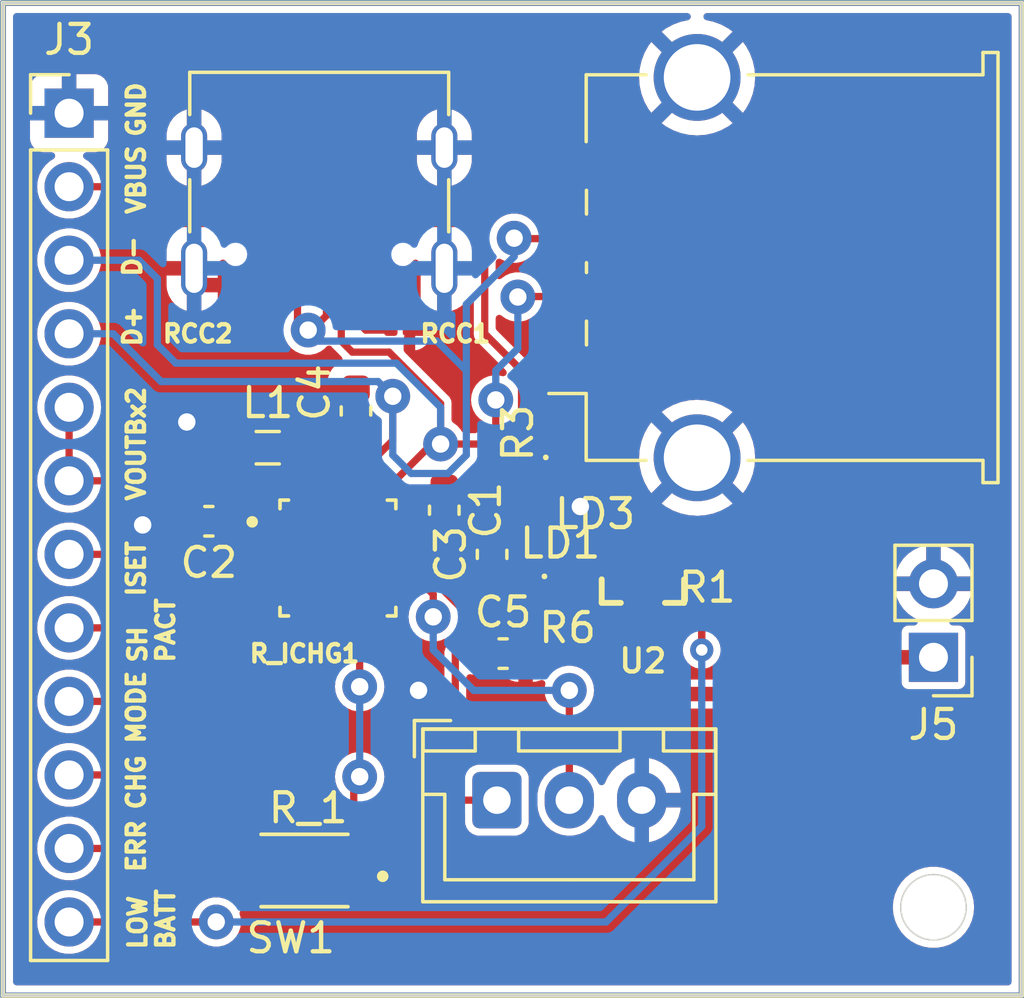
<source format=kicad_pcb>
(kicad_pcb (version 20221018) (generator pcbnew)
  (layers (0 "F.Cu" signal) (31 "B.Cu" signal) (34 "B.Paste" user) (35 "F.Paste" user) (36 "B.SilkS" user "B.Silkscreen") (37 "F.SilkS" user "F.Silkscreen") (38 "B.Mask" user) (39 "F.Mask" user) (44 "Edge.Cuts" user))
  (net 0 "")
  (net 1 "VBUS")
  (net 2 "GND")
  (net 3 "VOUTB")
  (net 4 "VSYS")
  (net 5 "Net-(U1-DEC)")
  (net 6 "Net-(J1-Pin_1)")
  (net 7 "Net-(J1-Pin_2)")
  (net 8 "Net-(J2-CC1)")
  (net 9 "Net-(J3-Pin_3)")
  (net 11 "Net-(J2-CC2)")
  (net 13 "ERR")
  (net 14 "CHG")
  (net 15 "SHPACT")
  (net 16 "Low_Batt")
  (net 17 "Net-(U1-SW)")
  (net 18 "Net-(LD1-K)")
  (net 19 "Net-(LD1-A)")
  (net 20 "Net-(LD3-A)")
  (net 21 "Net-(U1-SHPHLD)")
  (net 22 "Net-(U1-ICHG)")
  (net 28 "Net-(J3-Pin_4)")
  (net 29 "Net-(J3-Pin_7)")
  (net 30 "Net-(J3-Pin_9)")
  (footprint "Resistor_SMD:R_0201_0603Metric" (layer "F.Cu") (at 95.3262 82.6262 -90)
    (fp_text reference "R3" (at -1.7272 0.0762 90) (layer "F.SilkS"))
    (fp_text value "1k" hide)
    (pad "1" smd roundrect (at -0.32 0 270) (size 0.46 0.4) (layers "F.Cu" "F.Mask") (net 1 "VBUS"))
    (pad "2" smd roundrect (at 0.32 0 270) (size 0.46 0.4) (layers "F.Cu" "F.Mask") (net 20 "Net-(LD3-A)"))
  )
  (footprint "Capacitor_SMD:C_0603_1608Metric" (layer "F.Cu") (at 94.742 88.519)
    (fp_text reference "C5" (at 0 -1.43) (layer "F.SilkS"))
    (fp_text value "1uF" hide)
    (fp_line (start -0.14058 -0.51) (end 0.14058 -0.51) (stroke (width 0.12)) (layer "F.SilkS"))
    (fp_line (start -0.14058 0.51) (end 0.14058 0.51) (stroke (width 0.12)) (layer "F.SilkS"))
    (pad "1" smd roundrect (at -0.775 0) (size 0.9 0.95) (layers "F.Cu" "F.Paste" "F.Mask") (net 6 "Net-(J1-Pin_1)"))
    (pad "2" smd roundrect (at 0.775 0) (size 0.9 0.95) (layers "F.Cu" "F.Paste" "F.Mask") (net 2 "GND"))
  )
  (footprint "TESIS:SOT23" (layer "F.Cu") (at 99.568 86.106 180)
    (fp_text reference "U2" (at 0 -2.667) (layer "F.SilkS") (effects (font (size 0.800984 0.800984))))
    (fp_text value "FDV303N" hide)
    (fp_line (start -1.4224 -0.6604) (end -0.7636 -0.6604) (stroke (width 0.2032)) (layer "F.SilkS"))
    (fp_line (start -1.4224 0.1524) (end -1.4224 -0.6604) (stroke (width 0.2032)) (layer "F.SilkS"))
    (fp_line (start 0.7636 -0.6604) (end 1.4224 -0.6604) (stroke (width 0.2032)) (layer "F.SilkS"))
    (fp_line (start 1.4224 -0.6604) (end 1.4224 0.1524) (stroke (width 0.2032)) (layer "F.SilkS"))
    (pad "1" smd rect (at -0.95 1.1 180) (size 1 1.4) (layers "F.Cu" "F.Paste" "F.Mask") (net 16 "Low_Batt"))
    (pad "2" smd rect (at 0.95 1.1 180) (size 1 1.4) (layers "F.Cu" "F.Paste" "F.Mask") (net 18 "Net-(LD1-K)"))
    (pad "3" smd rect (at 0 -1.1 180) (size 1 1.4) (layers "F.Cu" "F.Paste" "F.Mask") (net 2 "GND"))
  )
  (footprint "TESIS:SW_B3U-1000P" (layer "F.Cu") (at 87.884 96.012 180)
    (fp_text reference "SW1" (at 0.475 -2.335) (layer "F.SilkS"))
    (fp_text value "SW_DIP_x01" hide)
    (fp_line (start -1.5 -1.25) (end 1.5 -1.25) (stroke (width 0.127)) (layer "F.SilkS"))
    (fp_line (start -1.5 1.25) (end 1.5 1.25) (stroke (width 0.127)) (layer "F.SilkS"))
    (fp_circle (center -2.7 -0.2) (end -2.6 -0.2) (stroke (width 0.2)) (fill none) (layer "F.SilkS"))
    (pad "1" smd rect (at -1.7 0 180) (size 0.8 1.7) (layers "F.Cu" "F.Paste" "F.Mask") (net 21 "Net-(U1-SHPHLD)"))
    (pad "2" smd rect (at 1.7 0 180) (size 0.8 1.7) (layers "F.Cu" "F.Paste" "F.Mask") (net 2 "GND"))
  )
  (footprint "MountingHole:MountingHole_2.2mm_M2" (layer "F.Cu") (at 109.601 97.282)
    (fp_text reference "REF**" hide)
    (fp_text value "MountingHole_2.2mm_M2" hide)
    (pad "" np_thru_hole circle (at 0 0) (size 2.2 2.2) (drill 2.2) (layers "*.Cu" "*.Mask"))
  )
  (footprint "LED_SMD:LED_0201_0603Metric" (layer "F.Cu") (at 97.028 85.852)
    (fp_text reference "LD1" (at -0.315 -1.143) (layer "F.SilkS"))
    (fp_text value "R" hide)
    (fp_circle (center -0.86 0) (end -0.81 0) (stroke (width 0.1)) (fill none) (layer "F.SilkS"))
    (pad "1" smd roundrect (at -0.32 0) (size 0.46 0.4) (layers "F.Cu" "F.Mask") (net 18 "Net-(LD1-K)"))
    (pad "2" smd roundrect (at 0.32 0) (size 0.46 0.4) (layers "F.Cu" "F.Mask") (net 19 "Net-(LD1-A)"))
  )
  (footprint "Capacitor_SMD:C_0603_1608Metric" (layer "F.Cu") (at 84.582 83.947 180)
    (fp_text reference "C2" (at 0 -1.43) (layer "F.SilkS"))
    (fp_text value "10uF" hide)
    (fp_line (start -0.14058 -0.51) (end 0.14058 -0.51) (stroke (width 0.12)) (layer "F.SilkS"))
    (fp_line (start -0.14058 0.51) (end 0.14058 0.51) (stroke (width 0.12)) (layer "F.SilkS"))
    (pad "1" smd roundrect (at -0.775 0 180) (size 0.9 0.95) (layers "F.Cu" "F.Paste" "F.Mask") (net 3 "VOUTB"))
    (pad "2" smd roundrect (at 0.775 0 180) (size 0.9 0.95) (layers "F.Cu" "F.Paste" "F.Mask") (net 2 "GND"))
  )
  (footprint "LED_SMD:LED_0201_0603Metric" (layer "F.Cu") (at 96.2152 82.6008 -90)
    (fp_text reference "LD3" (at 1.0922 -1.7018) (layer "F.SilkS"))
    (fp_text value "R" hide)
    (fp_circle (center -0.86 0) (end -0.81 0) (stroke (width 0.1)) (fill none) (layer "F.SilkS"))
    (pad "1" smd roundrect (at -0.32 0 270) (size 0.46 0.4) (layers "F.Cu" "F.Mask") (net 2 "GND"))
    (pad "2" smd roundrect (at 0.32 0 270) (size 0.46 0.4) (layers "F.Cu" "F.Mask") (net 20 "Net-(LD3-A)"))
  )
  (footprint "Resistor_SMD:R_0201_0603Metric" (layer "F.Cu") (at 101.915 84.963)
    (fp_text reference "R1" (at -0.127 1.27) (layer "F.SilkS"))
    (fp_text value "1M" hide)
    (pad "1" smd roundrect (at -0.32 0) (size 0.46 0.4) (layers "F.Cu" "F.Mask") (net 16 "Low_Batt"))
    (pad "2" smd roundrect (at 0.32 0) (size 0.46 0.4) (layers "F.Cu" "F.Mask") (net 2 "GND"))
  )
  (footprint "Connector_JST:JST_XH_B3B-XH-A_1x03_P2.50mm_Vertical" (layer "F.Cu") (at 94.528 93.582)
    (fp_text reference "J1" hide)
    (fp_text value "Battery")
    (fp_line (start -2.85 -2.75) (end -2.85 -1.5) (stroke (width 0.12)) (layer "F.SilkS"))
    (fp_line (start -2.56 -2.46) (end -2.56 3.51) (stroke (width 0.12)) (layer "F.SilkS"))
    (fp_line (start -2.56 3.51) (end 7.56 3.51) (stroke (width 0.12)) (layer "F.SilkS"))
    (fp_line (start -2.55 -2.45) (end -2.55 -1.7) (stroke (width 0.12)) (layer "F.SilkS"))
    (fp_line (start -2.55 -1.7) (end -0.75 -1.7) (stroke (width 0.12)) (layer "F.SilkS"))
    (fp_line (start -2.55 -0.2) (end -1.8 -0.2) (stroke (width 0.12)) (layer "F.SilkS"))
    (fp_line (start -1.8 -0.2) (end -1.8 2.75) (stroke (width 0.12)) (layer "F.SilkS"))
    (fp_line (start -1.8 2.75) (end 2.5 2.75) (stroke (width 0.12)) (layer "F.SilkS"))
    (fp_line (start -1.6 -2.75) (end -2.85 -2.75) (stroke (width 0.12)) (layer "F.SilkS"))
    (fp_line (start -0.75 -2.45) (end -2.55 -2.45) (stroke (width 0.12)) (layer "F.SilkS"))
    (fp_line (start -0.75 -1.7) (end -0.75 -2.45) (stroke (width 0.12)) (layer "F.SilkS"))
    (fp_line (start 0.75 -2.45) (end 0.75 -1.7) (stroke (width 0.12)) (layer "F.SilkS"))
    (fp_line (start 0.75 -1.7) (end 4.25 -1.7) (stroke (width 0.12)) (layer "F.SilkS"))
    (fp_line (start 4.25 -2.45) (end 0.75 -2.45) (stroke (width 0.12)) (layer "F.SilkS"))
    (fp_line (start 4.25 -1.7) (end 4.25 -2.45) (stroke (width 0.12)) (layer "F.SilkS"))
    (fp_line (start 5.75 -2.45) (end 5.75 -1.7) (stroke (width 0.12)) (layer "F.SilkS"))
    (fp_line (start 5.75 -1.7) (end 7.55 -1.7) (stroke (width 0.12)) (layer "F.SilkS"))
    (fp_line (start 6.8 -0.2) (end 6.8 2.75) (stroke (width 0.12)) (layer "F.SilkS"))
    (fp_line (start 6.8 2.75) (end 2.5 2.75) (stroke (width 0.12)) (layer "F.SilkS"))
    (fp_line (start 7.55 -2.45) (end 5.75 -2.45) (stroke (width 0.12)) (layer "F.SilkS"))
    (fp_line (start 7.55 -1.7) (end 7.55 -2.45) (stroke (width 0.12)) (layer "F.SilkS"))
    (fp_line (start 7.55 -0.2) (end 6.8 -0.2) (stroke (width 0.12)) (layer "F.SilkS"))
    (fp_line (start 7.56 -2.46) (end -2.56 -2.46) (stroke (width 0.12)) (layer "F.SilkS"))
    (fp_line (start 7.56 3.51) (end 7.56 -2.46) (stroke (width 0.12)) (layer "F.SilkS"))
    (pad "1" thru_hole roundrect (at 0 0) (size 1.7 1.95) (drill 0.95) (layers "*.Cu" "*.Mask") (roundrect_rratio 0.147059) (net 6 "Net-(J1-Pin_1)"))
    (pad "2" thru_hole oval (at 2.5 0) (size 1.7 1.95) (drill 0.95) (layers "*.Cu" "*.Mask") (net 7 "Net-(J1-Pin_2)"))
    (pad "3" thru_hole oval (at 5 0) (size 1.7 1.95) (drill 0.95) (layers "*.Cu" "*.Mask") (net 2 "GND"))
  )
  (footprint "Resistor_SMD:R_0201_0603Metric" (layer "F.Cu") (at 89.916 93.98 180)
    (fp_text reference "R_1" (at 1.905 0.127) (layer "F.SilkS"))
    (fp_text value "100k" hide)
    (pad "1" smd roundrect (at -0.32 0 180) (size 0.46 0.4) (layers "F.Cu" "F.Mask") (net 6 "Net-(J1-Pin_1)"))
    (pad "2" smd roundrect (at 0.32 0 180) (size 0.46 0.4) (layers "F.Cu" "F.Mask") (net 21 "Net-(U1-SHPHLD)"))
  )
  (footprint "Inductor_SMD:L_0805_2012Metric" (layer "F.Cu") (at 86.614 81.407)
    (fp_text reference "L1" (at 0 -1.55) (layer "F.SilkS"))
    (fp_text value "2.2uH" hide)
    (fp_line (start -0.399622 -0.56) (end 0.399622 -0.56) (stroke (width 0.12)) (layer "F.SilkS"))
    (fp_line (start -0.399622 0.56) (end 0.399622 0.56) (stroke (width 0.12)) (layer "F.SilkS"))
    (pad "1" smd roundrect (at -1.0625 0) (size 0.875 1.2) (layers "F.Cu" "F.Paste" "F.Mask") (net 3 "VOUTB"))
    (pad "2" smd roundrect (at 1.0625 0) (size 0.875 1.2) (layers "F.Cu" "F.Paste" "F.Mask") (net 17 "Net-(U1-SW)"))
  )
  (footprint "Resistor_SMD:R_0201_0603Metric" (layer "F.Cu") (at 91.186 77.343 180)
    (fp_text reference "RCC1" (at -1.905 -0.127) (layer "F.SilkS") (effects (font (size 0.6 0.6))))
    (fp_text value "5.1k" hide)
    (pad "1" smd roundrect (at -0.32 0 180) (size 0.46 0.4) (layers "F.Cu" "F.Mask") (net 2 "GND"))
    (pad "2" smd roundrect (at 0.32 0 180) (size 0.46 0.4) (layers "F.Cu" "F.Mask") (net 8 "Net-(J2-CC1)"))
  )
  (footprint "Capacitor_SMD:C_0603_1608Metric" (layer "F.Cu") (at 92.71 83.566 -90)
    (fp_text reference "C1" (at 0 -1.43 90) (layer "F.SilkS"))
    (fp_text value "2.2uF" hide)
    (fp_line (start -0.14058 -0.51) (end 0.14058 -0.51) (stroke (width 0.12)) (layer "F.SilkS"))
    (fp_line (start -0.14058 0.51) (end 0.14058 0.51) (stroke (width 0.12)) (layer "F.SilkS"))
    (pad "1" smd roundrect (at -0.775 0 270) (size 0.9 0.95) (layers "F.Cu" "F.Paste" "F.Mask") (net 1 "VBUS"))
    (pad "2" smd roundrect (at 0.775 0 270) (size 0.9 0.95) (layers "F.Cu" "F.Paste" "F.Mask") (net 2 "GND"))
  )
  (footprint "Resistor_SMD:R_0201_0603Metric" (layer "F.Cu") (at 86.233 77.343)
    (fp_text reference "RCC2" (at -2.032 0.127) (layer "F.SilkS") (effects (font (size 0.6 0.6))))
    (fp_text value "5.1k" hide)
    (pad "1" smd roundrect (at -0.32 0) (size 0.46 0.4) (layers "F.Cu" "F.Mask") (net 2 "GND"))
    (pad "2" smd roundrect (at 0.32 0) (size 0.46 0.4) (layers "F.Cu" "F.Mask") (net 11 "Net-(J2-CC2)"))
  )
  (footprint "Resistor_SMD:R_0201_0603Metric" (layer "F.Cu") (at 97.028 86.614)
    (fp_text reference "R6" (at -0.061 1.016) (layer "F.SilkS"))
    (fp_text value "150" hide)
    (pad "1" smd roundrect (at -0.32 0) (size 0.46 0.4) (layers "F.Cu" "F.Mask") (net 4 "VSYS"))
    (pad "2" smd roundrect (at 0.32 0) (size 0.46 0.4) (layers "F.Cu" "F.Mask") (net 19 "Net-(LD1-A)"))
  )
  (footprint "Connector_PinHeader_2.54mm:PinHeader_1x02_P2.54mm_Vertical" (layer "F.Cu") (at 109.601 88.646 180)
    (fp_text reference "J5" (at 0 -2.33) (layer "F.SilkS"))
    (fp_text value "VSYS")
    (fp_line (start -1.33 -1.33) (end 0 -1.33) (stroke (width 0.12)) (layer "F.SilkS"))
    (fp_line (start -1.33 0) (end -1.33 -1.33) (stroke (width 0.12)) (layer "F.SilkS"))
    (fp_line (start -1.33 1.27) (end -1.33 3.87) (stroke (width 0.12)) (layer "F.SilkS"))
    (fp_line (start -1.33 1.27) (end 1.33 1.27) (stroke (width 0.12)) (layer "F.SilkS"))
    (fp_line (start -1.33 3.87) (end 1.33 3.87) (stroke (width 0.12)) (layer "F.SilkS"))
    (fp_line (start 1.33 1.27) (end 1.33 3.87) (stroke (width 0.12)) (layer "F.SilkS"))
    (pad "1" thru_hole rect (at 0 0 180) (size 1.7 1.7) (drill 1) (layers "*.Cu" "*.Mask") (net 4 "VSYS"))
    (pad "2" thru_hole oval (at 0 2.54 180) (size 1.7 1.7) (drill 1) (layers "*.Cu" "*.Mask") (net 2 "GND"))
  )
  (footprint "Capacitor_SMD:C_0603_1608Metric" (layer "F.Cu") (at 94.361 85.09 90)
    (fp_text reference "C3" (at 0 -1.43 90) (layer "F.SilkS"))
    (fp_text value "10uF" hide)
    (fp_line (start -0.14058 -0.51) (end 0.14058 -0.51) (stroke (width 0.12)) (layer "F.SilkS"))
    (fp_line (start -0.14058 0.51) (end 0.14058 0.51) (stroke (width 0.12)) (layer "F.SilkS"))
    (pad "1" smd roundrect (at -0.775 0 90) (size 0.9 0.95) (layers "F.Cu" "F.Paste" "F.Mask") (net 4 "VSYS"))
    (pad "2" smd roundrect (at 0.775 0 90) (size 0.9 0.95) (layers "F.Cu" "F.Paste" "F.Mask") (net 2 "GND"))
  )
  (footprint "Connector_USB:USB_A_TE_292303-7_Horizontal" (layer "F.Cu") (at 104.14 75.184 90)
    (fp_text reference "J4" hide)
    (fp_text value "USB_B" hide)
    (fp_line (start -7.43 7.17) (end -7.43 7.69) (stroke (width 0.12)) (layer "F.SilkS"))
    (fp_line (start -7.43 7.69) (end 7.43 7.69) (stroke (width 0.12)) (layer "F.SilkS"))
    (fp_line (start -6.66 -6.53) (end -6.66 -4.46) (stroke (width 0.12)) (layer "F.SilkS"))
    (fp_line (start -6.66 -6.53) (end -4.35 -6.53) (stroke (width 0.12)) (layer "F.SilkS"))
    (fp_line (start -6.66 7.17) (end -7.43 7.17) (stroke (width 0.12)) (layer "F.SilkS"))
    (fp_line (start -6.66 7.17) (end -6.66 -0.94) (stroke (width 0.12)) (layer "F.SilkS"))
    (fp_line (start -4.35 -7.82) (end -4.35 -6.53) (stroke (width 0.12)) (layer "F.SilkS"))
    (fp_line (start -2.67 -6.52) (end -1.85 -6.52) (stroke (width 0.12)) (layer "F.SilkS"))
    (fp_line (start -0.17 -6.52) (end 0.17 -6.52) (stroke (width 0.12)) (layer "F.SilkS"))
    (fp_line (start 1.85 -6.52) (end 2.67 -6.52) (stroke (width 0.12)) (layer "F.SilkS"))
    (fp_line (start 4.35 -6.53) (end 6.66 -6.53) (stroke (width 0.12)) (layer "F.SilkS"))
    (fp_line (start 6.66 -6.53) (end 6.66 -4.46) (stroke (width 0.12)) (layer "F.SilkS"))
    (fp_line (start 6.66 -0.94) (end 6.66 7.17) (stroke (width 0.12)) (layer "F.SilkS"))
    (fp_line (start 7.43 7.17) (end 6.66 7.17) (stroke (width 0.12)) (layer "F.SilkS"))
    (fp_line (start 7.43 7.69) (end 7.43 7.17) (stroke (width 0.12)) (layer "F.SilkS"))
    (pad "1" smd rect (at -3.5 -6.38 90) (size 1.25 3) (layers "F.Cu" "F.Paste" "F.Mask") (net 1 "VBUS"))
    (pad "2" smd rect (at -1 -6.38 90) (size 1.25 3) (layers "F.Cu" "F.Paste" "F.Mask") (net 9 "Net-(J3-Pin_3)"))
    (pad "3" smd rect (at 1 -6.38 90) (size 1.25 3) (layers "F.Cu" "F.Paste" "F.Mask") (net 28 "Net-(J3-Pin_4)"))
    (pad "4" smd rect (at 3.5 -6.38 90) (size 1.25 3) (layers "F.Cu" "F.Paste" "F.Mask") (net 2 "GND"))
    (pad "5" thru_hole circle (at -6.57 -2.7 90) (size 3 3) (drill 2.3) (layers "*.Cu" "*.Mask") (net 2 "GND"))
    (pad "5" thru_hole circle (at 6.57 -2.7 90) (size 3 3) (drill 2.3) (layers "*.Cu" "*.Mask") (net 2 "GND"))
  )
  (footprint "TESIS:QFN50P400X400X90-25N" (layer "F.Cu") (at 89.038 85.217)
    (fp_text reference "U1" hide)
    (fp_text value "NPM1100-QDAB-R7" hide)
    (fp_line (start -2 -2) (end -2 -1.705) (stroke (width 0.127)) (layer "F.SilkS"))
    (fp_line (start -2 -2) (end -1.705 -2) (stroke (width 0.127)) (layer "F.SilkS"))
    (fp_line (start -2 2) (end -2 1.705) (stroke (width 0.127)) (layer "F.SilkS"))
    (fp_line (start -2 2) (end -1.705 2) (stroke (width 0.127)) (layer "F.SilkS"))
    (fp_line (start 2 -2) (end 1.705 -2) (stroke (width 0.127)) (layer "F.SilkS"))
    (fp_line (start 2 -2) (end 2 -1.705) (stroke (width 0.127)) (layer "F.SilkS"))
    (fp_line (start 2 2) (end 1.705 2) (stroke (width 0.127)) (layer "F.SilkS"))
    (fp_line (start 2 2) (end 2 1.705) (stroke (width 0.127)) (layer "F.SilkS"))
    (fp_circle (center -2.96 -1.25) (end -2.86 -1.25) (stroke (width 0.2)) (fill none) (layer "F.SilkS"))
    (pad "1" smd roundrect (at -1.95 -1.25) (size 0.81 0.27) (layers "F.Cu" "F.Paste" "F.Mask") (roundrect_rratio 0.125) (net 3 "VOUTB"))
    (pad "2" smd roundrect (at -1.95 -0.75) (size 0.81 0.27) (layers "F.Cu" "F.Paste" "F.Mask") (roundrect_rratio 0.125) (net 2 "GND"))
    (pad "3" smd roundrect (at -1.95 -0.25) (size 0.81 0.27) (layers "F.Cu" "F.Paste" "F.Mask") (roundrect_rratio 0.125) (net 2 "GND"))
    (pad "4" smd roundrect (at -1.95 0.25) (size 0.81 0.27) (layers "F.Cu" "F.Paste" "F.Mask") (roundrect_rratio 0.125))
    (pad "5" smd roundrect (at -1.95 0.75) (size 0.81 0.27) (layers "F.Cu" "F.Paste" "F.Mask") (roundrect_rratio 0.125) (net 29 "Net-(J3-Pin_7)"))
    (pad "6" smd roundrect (at -1.95 1.25) (size 0.81 0.27) (layers "F.Cu" "F.Paste" "F.Mask") (roundrect_rratio 0.125) (net 15 "SHPACT"))
    (pad "7" smd roundrect (at -1.25 1.95) (size 0.27 0.81) (layers "F.Cu" "F.Paste" "F.Mask") (roundrect_rratio 0.125) (net 30 "Net-(J3-Pin_9)"))
    (pad "8" smd roundrect (at -0.75 1.95) (size 0.27 0.81) (layers "F.Cu" "F.Paste" "F.Mask") (roundrect_rratio 0.125) (net 14 "CHG"))
    (pad "9" smd roundrect (at -0.25 1.95) (size 0.27 0.81) (layers "F.Cu" "F.Paste" "F.Mask") (roundrect_rratio 0.125))
    (pad "10" smd roundrect (at 0.25 1.95) (size 0.27 0.81) (layers "F.Cu" "F.Paste" "F.Mask") (roundrect_rratio 0.125) (net 13 "ERR"))
    (pad "11" smd roundrect (at 0.75 1.95) (size 0.27 0.81) (layers "F.Cu" "F.Paste" "F.Mask") (roundrect_rratio 0.125) (net 21 "Net-(U1-SHPHLD)"))
    (pad "12" smd roundrect (at 1.25 1.95) (size 0.27 0.81) (layers "F.Cu" "F.Paste" "F.Mask") (roundrect_rratio 0.125) (net 22 "Net-(U1-ICHG)"))
    (pad "13" smd roundrect (at 1.95 1.25) (size 0.81 0.27) (layers "F.Cu" "F.Paste" "F.Mask") (roundrect_rratio 0.125))
    (pad "14" smd roundrect (at 1.95 0.75) (size 0.81 0.27) (layers "F.Cu" "F.Paste" "F.Mask") (roundrect_rratio 0.125) (net 7 "Net-(J1-Pin_2)"))
    (pad "15" smd roundrect (at 1.95 0.25) (size 0.81 0.27) (layers "F.Cu" "F.Paste" "F.Mask") (roundrect_rratio 0.125) (net 6 "Net-(J1-Pin_1)"))
    (pad "16" smd roundrect (at 1.95 -0.25) (size 0.81 0.27) (layers "F.Cu" "F.Paste" "F.Mask") (roundrect_rratio 0.125) (net 4 "VSYS"))
    (pad "17" smd roundrect (at 1.95 -0.75) (size 0.81 0.27) (layers "F.Cu" "F.Paste" "F.Mask") (roundrect_rratio 0.125) (net 1 "VBUS"))
    (pad "18" smd roundrect (at 1.95 -1.25) (size 0.81 0.27) (layers "F.Cu" "F.Paste" "F.Mask") (roundrect_rratio 0.125))
    (pad "19" smd roundrect (at 1.25 -1.95) (size 0.27 0.81) (layers "F.Cu" "F.Paste" "F.Mask") (roundrect_rratio 0.125) (net 9 "Net-(J3-Pin_3)"))
    (pad "20" smd roundrect (at 0.75 -1.95) (size 0.27 0.81) (layers "F.Cu" "F.Paste" "F.Mask") (roundrect_rratio 0.125) (net 28 "Net-(J3-Pin_4)"))
    (pad "21" smd roundrect (at 0.25 -1.95) (size 0.27 0.81) (layers "F.Cu" "F.Paste" "F.Mask") (roundrect_rratio 0.125) (net 5 "Net-(U1-DEC)"))
    (pad "22" smd roundrect (at -0.25 -1.95) (size 0.27 0.81) (layers "F.Cu" "F.Paste" "F.Mask") (roundrect_rratio 0.125) (net 17 "Net-(U1-SW)"))
    (pad "23" smd roundrect (at -0.75 -1.95) (size 0.27 0.81) (layers "F.Cu" "F.Paste" "F.Mask") (roundrect_rratio 0.125) (net 2 "GND"))
    (pad "24" smd roundrect (at -1.25 -1.95) (size 0.27 0.81) (layers "F.Cu" "F.Paste" "F.Mask") (roundrect_rratio 0.125))
    (pad "25" smd rect (at 0 0) (size 2.7 2.7) (layers "F.Cu" "F.Mask") (net 2 "GND"))
  )
  (footprint "Connector_PinHeader_2.54mm:PinHeader_1x12_P2.54mm_Vertical" (layer "F.Cu") (at 79.756 69.85)
    (fp_text reference "J3" (at 0 -2.54) (layer "F.SilkS"))
    (fp_text value "Conn_01x12" hide)
    (fp_line (start -1.33 -1.33) (end 0 -1.33) (stroke (width 0.12)) (layer "F.SilkS"))
    (fp_line (start -1.33 0) (end -1.33 -1.33) (stroke (width 0.12)) (layer "F.SilkS"))
    (fp_line (start -1.33 1.27) (end -1.33 29.27) (stroke (width 0.12)) (layer "F.SilkS"))
    (fp_line (start -1.33 1.27) (end 1.33 1.27) (stroke (width 0.12)) (layer "F.SilkS"))
    (fp_line (start -1.33 29.27) (end 1.33 29.27) (stroke (width 0.12)) (layer "F.SilkS"))
    (fp_line (start 1.33 1.27) (end 1.33 29.27) (stroke (width 0.12)) (layer "F.SilkS"))
    (pad "1" thru_hole rect (at 0 0) (size 1.7 1.7) (drill 1) (layers "*.Cu" "*.Mask") (net 2 "GND"))
    (pad "2" thru_hole oval (at 0 2.54) (size 1.7 1.7) (drill 1) (layers "*.Cu" "*.Mask") (net 1 "VBUS"))
    (pad "3" thru_hole oval (at 0 5.08) (size 1.7 1.7) (drill 1) (layers "*.Cu" "*.Mask") (net 9 "Net-(J3-Pin_3)"))
    (pad "4" thru_hole oval (at 0 7.62) (size 1.7 1.7) (drill 1) (layers "*.Cu" "*.Mask") (net 28 "Net-(J3-Pin_4)"))
    (pad "5" thru_hole oval (at 0 10.16) (size 1.7 1.7) (drill 1) (layers "*.Cu" "*.Mask") (net 3 "VOUTB"))
    (pad "6" thru_hole oval (at 0 12.7) (size 1.7 1.7) (drill 1) (layers "*.Cu" "*.Mask") (net 3 "VOUTB"))
    (pad "7" thru_hole oval (at 0 15.24) (size 1.7 1.7) (drill 1) (layers "*.Cu" "*.Mask") (net 29 "Net-(J3-Pin_7)"))
    (pad "8" thru_hole oval (at 0 17.78) (size 1.7 1.7) (drill 1) (layers "*.Cu" "*.Mask") (net 15 "SHPACT"))
    (pad "9" thru_hole oval (at 0 20.32) (size 1.7 1.7) (drill 1) (layers "*.Cu" "*.Mask") (net 30 "Net-(J3-Pin_9)"))
    (pad "10" thru_hole oval (at 0 22.86) (size 1.7 1.7) (drill 1) (layers "*.Cu" "*.Mask") (net 14 "CHG"))
    (pad "11" thru_hole oval (at 0 25.4) (size 1.7 1.7) (drill 1) (layers "*.Cu" "*.Mask") (net 13 "ERR"))
    (pad "12" thru_hole oval (at 0 27.94) (size 1.7 1.7) (drill 1) (layers "*.Cu" "*.Mask") (net 16 "Low_Batt"))
  )
  (footprint "Connector_USB:USB_C_Receptacle_Palconn_UTC16-G" (layer "F.Cu") (at 88.392 73.279 180)
    (fp_text reference "J2" hide)
    (fp_text value "USB_C_Receptacle_USB2.0" hide)
    (fp_line (start -4.47 -0.67) (end -4.47 1.13) (stroke (width 0.12)) (layer "F.SilkS"))
    (fp_line (start -4.47 4.84) (end -4.47 3.38) (stroke (width 0.12)) (layer "F.SilkS"))
    (fp_line (start 4.47 -0.67) (end 4.47 1.13) (stroke (width 0.12)) (layer "F.SilkS"))
    (fp_line (start 4.47 4.84) (end -4.47 4.84) (stroke (width 0.12)) (layer "F.SilkS"))
    (fp_line (start 4.47 4.84) (end 4.47 3.38) (stroke (width 0.12)) (layer "F.SilkS"))
    (pad "" np_thru_hole circle (at -2.89 -1.45) (size 0.6 0.6) (drill 0.6) (layers "*.Cu" "*.Mask"))
    (pad "" np_thru_hole circle (at 2.89 -1.45) (size 0.6 0.6) (drill 0.6) (layers "*.Cu" "*.Mask"))
    (pad "A1" smd rect (at -3.2 -2.51 180) (size 0.6 1.16) (layers "F.Cu" "F.Paste" "F.Mask") (net 2 "GND"))
    (pad "A4" smd rect (at -2.4 -2.51 180) (size 0.6 1.16) (layers "F.Cu" "F.Paste" "F.Mask") (net 1 "VBUS"))
    (pad "A5" smd rect (at -1.25 -2.51) (size 0.3 1.16) (layers "F.Cu" "F.Paste" "F.Mask") (net 8 "Net-(J2-CC1)"))
    (pad "A6" smd rect (at -0.25 -2.51) (size 0.3 1.16) (layers "F.Cu" "F.Paste" "F.Mask") (net 28 "Net-(J3-Pin_4)"))
    (pad "A7" smd rect (at 0.25 -2.51) (size 0.3 1.16) (layers "F.Cu" "F.Paste" "F.Mask") (net 9 "Net-(J3-Pin_3)"))
    (pad "A8" smd rect (at 1.25 -2.51) (size 0.3 1.16) (layers "F.Cu" "F.Paste" "F.Mask"))
    (pad "A9" smd rect (at 2.4 -2.51 180) (size 0.6 1.16) (layers "F.Cu" "F.Paste" "F.Mask") (net 1 "VBUS"))
    (pad "A12" smd rect (at 3.2 -2.51 180) (size 0.6 1.16) (layers "F.Cu" "F.Paste" "F.Mask") (net 2 "GND"))
    (pad "B1" smd rect (at 3.2 -2.51 180) (size 0.6 1.16) (layers "F.Cu" "F.Paste" "F.Mask") (net 2 "GND"))
    (pad "B4" smd rect (at 2.4 -2.51 180) (size 0.6 1.16) (layers "F.Cu" "F.Paste" "F.Mask") (net 1 "VBUS"))
    (pad "B5" smd rect (at 1.75 -2.51) (size 0.3 1.16) (layers "F.Cu" "F.Paste" "F.Mask") (net 11 "Net-(J2-CC2)"))
    (pad "B6" smd rect (at 0.75 -2.51) (size 0.3 1.16) (layers "F.Cu" "F.Paste" "F.Mask") (net 28 "Net-(J3-Pin_4)"))
    (pad "B7" smd rect (at -0.75 -2.51) (size 0.3 1.16) (layers "F.Cu" "F.Paste" "F.Mask") (net 9 "Net-(J3-Pin_3)"))
    (pad "B8" smd rect (at -1.75 -2.51) (size 0.3 1.16) (layers "F.Cu" "F.Paste" "F.Mask"))
    (pad "B9" smd rect (at -2.4 -2.51 180) (size 0.6 1.16) (layers "F.Cu" "F.Paste" "F.Mask") (net 1 "VBUS"))
    (pad "B12" smd rect (at -3.2 -2.51 180) (size 0.6 1.16) (layers "F.Cu" "F.Paste" "F.Mask") (net 2 "GND"))
    (pad "S1" thru_hole oval (at -4.32 -1.93 270) (size 2 0.9) (drill oval 1.7 0.6) (layers "*.Cu" "*.Mask") (net 2 "GND"))
    (pad "S1" thru_hole oval (at -4.32 2.24 270) (size 1.7 0.9) (drill oval 1.4 0.6) (layers "*.Cu" "*.Mask") (net 2 "GND"))
    (pad "S1" thru_hole oval (at 4.32 -1.93 270) (size 2 0.9) (drill oval 1.7 0.6) (layers "*.Cu" "*.Mask") (net 2 "GND"))
    (pad "S1" thru_hole oval (at 4.32 2.24 270) (size 1.7 0.9) (drill oval 1.4 0.6) (layers "*.Cu" "*.Mask") (net 2 "GND"))
  )
  (footprint "Resistor_SMD:R_0201_0603Metric" (layer "F.Cu") (at 90.678 88.392)
    (fp_text reference "R_ICHG1" (at -2.794 0.127) (layer "F.SilkS") (effects (font (size 0.6 0.6))))
    (fp_text value "1.5k" hide)
    (pad "1" smd roundrect (at -0.32 0) (size 0.46 0.4) (layers "F.Cu" "F.Mask") (net 22 "Net-(U1-ICHG)"))
    (pad "2" smd roundrect (at 0.32 0) (size 0.46 0.4) (layers "F.Cu" "F.Mask") (net 2 "GND"))
  )
  (footprint "Capacitor_SMD:C_0603_1608Metric" (layer "F.Cu") (at 89.662 80.137 90)
    (fp_text reference "C4" (at 0.635 -1.43 90) (layer "F.SilkS"))
    (fp_text value "10uF" hide)
    (fp_line (start -0.14058 -0.51) (end 0.14058 -0.51) (stroke (width 0.12)) (layer "F.SilkS"))
    (fp_line (start -0.14058 0.51) (end 0.14058 0.51) (stroke (width 0.12)) (layer "F.SilkS"))
    (pad "1" smd roundrect (at -0.775 0 90) (size 0.9 0.95) (layers "F.Cu" "F.Paste" "F.Mask") (net 5 "Net-(U1-DEC)"))
    (pad "2" smd roundrect (at 0.775 0 90) (size 0.9 0.95) (layers "F.Cu" "F.Paste" "F.Mask") (net 2 "GND"))
  )
  (gr_line (start 77.47 66.04) (end 112.649 66.04) (stroke (width 0.2)) (layer "F.Cu"))
  (gr_line (start 77.47 66.04) (end 77.47 100.33) (stroke (width 0.2)) (layer "F.Cu"))
  (gr_line (start 77.47 100.33) (end 112.649 100.33) (stroke (width 0.2)) (layer "F.Cu"))
  (gr_circle (center 109.601 97.282) (end 110.701 97.282) (stroke (width 0.1)) (fill none) (layer "F.Cu"))
  (gr_line (start 112.649 66.04) (end 112.649 100.33) (stroke (width 0.2)) (layer "F.Cu"))
  (gr_line (start 112.649 66.04) (end 112.649 100.33) (stroke (width 0.2)) (layer "B.Cu"))
  (gr_line (start 112.649 100.33) (end 77.47 100.33) (stroke (width 0.2)) (layer "B.Cu"))
  (gr_line (start 77.47 66.04) (end 112.649 66.04) (stroke (width 0.2)) (layer "B.Cu"))
  (gr_line (start 77.47 100.33) (end 77.47 66.04) (stroke (width 0.2)) (layer "B.Cu"))
  (gr_circle (center 109.601 97.282) (end 110.701 97.282) (stroke (width 0.1)) (fill none) (layer "B.Cu"))
  (gr_line (start 112.649 100.33) (end 77.47 100.33) (stroke (width 0.15)) (layer "F.SilkS"))
  (gr_circle (center 109.601 97.282) (end 110.701 97.282) (stroke (width 0.1)) (fill none) (layer "F.SilkS"))
  (gr_line (start 112.649 66.04) (end 112.649 100.33) (stroke (width 0.15)) (layer "F.SilkS"))
  (gr_line (start 77.47 66.04) (end 112.649 66.04) (stroke (width 0.15)) (layer "F.SilkS"))
  (gr_line (start 77.47 100.33) (end 77.47 66.04) (stroke (width 0.15)) (layer "F.SilkS"))
  (gr_circle (center 109.601 97.282) (end 110.701 97.282) (stroke (width 0.1)) (fill none) (layer "Edge.Cuts"))
  (gr_line (start 77.47 100.33) (end 77.47 66.04) (stroke (width 0.1)) (layer "Edge.Cuts"))
  (gr_line (start 112.649 66.04) (end 112.649 100.33) (stroke (width 0.1)) (layer "Edge.Cuts"))
  (gr_line (start 112.649 100.33) (end 77.47 100.33) (stroke (width 0.1)) (layer "Edge.Cuts"))
  (gr_line (start 77.47 66.04) (end 112.649 66.04) (stroke (width 0.1)) (layer "Edge.Cuts"))
  (gr_text "SS" (at 104.521 93.853) (layer "F.Cu") (effects (font (size 1.5 1.5) (thickness 0.3) bold) (justify left bottom)))
  (gr_text "SH\nPACT" (at 83.439 88.9 90) (layer "F.SilkS") (effects (font (size 0.6 0.6)) (justify left bottom)))
  (gr_text "D+" (at 82.296 77.978 90) (layer "F.SilkS") (effects (font (size 0.6 0.6)) (justify left bottom)))
  (gr_text "GND" (at 82.423 70.739 90) (layer "F.SilkS") (effects (font (size 0.6 0.6)) (justify left bottom)))
  (gr_text "MODE" (at 82.423 91.694 90) (layer "F.SilkS") (effects (font (size 0.6 0.6)) (justify left bottom)))
  (gr_text "LOW\nBATT" (at 83.439 98.806 90) (layer "F.SilkS") (effects (font (size 0.6 0.6)) (justify left bottom)))
  (gr_text "VBUS" (at 82.423 73.406 90) (layer "F.SilkS") (effects (font (size 0.6 0.6)) (justify left bottom)))
  (gr_text "CHG" (at 82.423 93.98 90) (layer "F.SilkS") (effects (font (size 0.6 0.6)) (justify left bottom)))
  (gr_text "ISET" (at 82.423 86.614 90) (layer "F.SilkS") (effects (font (size 0.6 0.6)) (justify left bottom)))
  (gr_text "ERR" (at 82.423 96.139 90) (layer "F.SilkS") (effects (font (size 0.6 0.6)) (justify left bottom)))
  (gr_text "VOUTBx2" (at 82.423 83.312 90) (layer "F.SilkS") (effects (font (size 0.6 0.6)) (justify left bottom)))
  (gr_text "D-" (at 82.296 75.565 90) (layer "F.SilkS") (effects (font (size 0.6 0.6)) (justify left bottom)))
  (segment (start 91.718 83.288) (end 92.215 82.791) (width 0.25) (layer "F.Cu") (net 1))
  (segment (start 93.98 82.296) (end 93.485 82.791) (width 0.25) (layer "F.Cu") (net 1))
  (segment (start 90.792 75.789) (end 90.792 75.259) (width 0.25) (layer "F.Cu") (net 1))
  (segment (start 97.76 78.811) (end 97.633 78.684) (width 0.25) (layer "F.Cu") (net 1))
  (segment (start 90.792 75.259) (end 90.17 74.637) (width 0.25) (layer "F.Cu") (net 1))
  (segment (start 81.153 72.39) (end 82.423 73.66) (width 0.25) (layer "F.Cu") (net 1))
  (segment (start 82.423 73.66) (end 86.487 73.66) (width 0.25) (layer "F.Cu") (net 1))
  (segment (start 86.487 74.464) (end 86.487 73.66) (width 0.25) (layer "F.Cu") (net 1))
  (segment (start 95.316 82.296) (end 95.3262 82.3062) (width 0.25) (layer "F.Cu") (net 1))
  (segment (start 90.988 84.467) (end 91.555 84.467) (width 0.25) (layer "F.Cu") (net 1))
  (segment (start 79.756 72.39) (end 81.153 72.39) (width 0.25) (layer "F.Cu") (net 1))
  (segment (start 95.377 78.74) (end 95.377 81.026) (width 0.25) (layer "F.Cu") (net 1))
  (segment (start 95.377 81.026) (end 94.107 82.296) (width 0.25) (layer "F.Cu") (net 1))
  (segment (start 91.555 84.467) (end 91.718 84.304) (width 0.25) (layer "F.Cu") (net 1))
  (segment (start 93.98 82.296) (end 95.316 82.296) (width 0.25) (layer "F.Cu") (net 1))
  (segment (start 97.633 78.684) (end 95.321 78.684) (width 0.25) (layer "F.Cu") (net 1))
  (segment (start 94.107 77.47) (end 95.377 78.74) (width 0.25) (layer "F.Cu") (net 1))
  (segment (start 85.992 75.789) (end 85.992 74.959) (width 0.25) (layer "F.Cu") (net 1))
  (segment (start 91.718 84.304) (end 91.718 83.288) (width 0.25) (layer "F.Cu") (net 1))
  (segment (start 94.107 74.295) (end 93.472 73.66) (width 0.25) (layer "F.Cu") (net 1))
  (segment (start 93.472 73.66) (end 90.17 73.66) (width 0.25) (layer "F.Cu") (net 1))
  (segment (start 86.487 73.66) (end 90.17 73.66) (width 0.25) (layer "F.Cu") (net 1))
  (segment (start 85.992 74.959) (end 86.487 74.464) (width 0.25) (layer "F.Cu") (net 1))
  (segment (start 90.17 74.637) (end 90.17 73.66) (width 0.25) (layer "F.Cu") (net 1))
  (segment (start 94.107 82.296) (end 93.98 82.296) (width 0.25) (layer "F.Cu") (net 1))
  (segment (start 95.321 78.684) (end 94.107 77.47) (width 0.25) (layer "F.Cu") (net 1))
  (segment (start 93.485 82.791) (end 92.71 82.791) (width 0.25) (layer "F.Cu") (net 1))
  (segment (start 94.107 77.47) (end 94.107 74.295) (width 0.25) (layer "F.Cu") (net 1))
  (segment (start 92.215 82.791) (end 92.71 82.791) (width 0.25) (layer "F.Cu") (net 1))
  (segment (start 87.088 84.967) (end 88.788 84.967) (width 0.25) (layer "F.Cu") (net 2))
  (segment (start 88.788 84.967) (end 89.038 85.217) (width 0.25) (layer "F.Cu") (net 2))
  (segment (start 88.288 84.467) (end 89.038 85.217) (width 0.25) (layer "F.Cu") (net 2))
  (segment (start 88.288 83.267) (end 88.288 84.467) (width 0.25) (layer "F.Cu") (net 2))
  (segment (start 87.088 84.467) (end 88.288 84.467) (width 0.25) (layer "F.Cu") (net 2))
  (via (at 82.296 84.074) (size 1.2) (drill 0.6) (layers "F.Cu" "B.Cu") (net 2))
  (via (at 91.821 89.789) (size 1.2) (drill 0.6) (layers "F.Cu" "B.Cu") (net 2))
  (via (at 83.82 80.518) (size 1.2) (drill 0.6) (layers "F.Cu" "B.Cu") (net 2))
  (via (at 97.409 83.439) (size 1.2) (drill 0.6) (layers "F.Cu" "B.Cu") (net 2))
  (segment (start 85.357 82.69) (end 85.357 83.947) (width 0.25) (layer "F.Cu") (net 3))
  (segment (start 84.836 82.55) (end 85.217 82.55) (width 0.25) (layer "F.Cu") (net 3))
  (segment (start 85.217 82.55) (end 85.357 82.69) (width 0.25) (layer "F.Cu") (net 3))
  (segment (start 87.068 83.947) (end 87.088 83.967) (width 0.25) (layer "F.Cu") (net 3))
  (segment (start 85.217 82.55) (end 85.5515 82.2155) (width 0.25) (layer "F.Cu") (net 3))
  (segment (start 83.439 82.55) (end 79.756 82.55) (width 0.25) (layer "F.Cu") (net 3))
  (segment (start 85.5515 82.2155) (end 85.5515 81.407) (width 0.25) (layer "F.Cu") (net 3))
  (segment (start 79.756 80.01) (end 79.756 82.55) (width 0.25) (layer "F.Cu") (net 3))
  (segment (start 85.357 83.947) (end 87.068 83.947) (width 0.25) (layer "F.Cu") (net 3))
  (segment (start 83.439 82.55) (end 84.836 82.55) (width 0.25) (layer "F.Cu") (net 3))
  (segment (start 94.361 85.865) (end 94.234 85.738) (width 0.25) (layer "F.Cu") (net 4))
  (segment (start 95.504 86.233) (end 95.136 85.865) (width 0.5) (layer "F.Cu") (net 4))
  (segment (start 95.673 86.402) (end 95.504 86.233) (width 0.5) (layer "F.Cu") (net 4))
  (segment (start 92.723 85.738) (end 91.952 84.967) (width 0.25) (layer "F.Cu") (net 4))
  (segment (start 99.441 89.916) (end 96.708 87.183) (width 0.5) (layer "F.Cu") (net 4))
  (segment (start 95.885 86.614) (end 96.708 86.614) (width 0.5) (layer "F.Cu") (net 4))
  (segment (start 109.601 88.646) (end 107.569 88.646) (width 0.5) (layer "F.Cu") (net 4))
  (segment (start 95.504 86.233) (end 95.885 86.614) (width 0.5) (layer "F.Cu") (net 4))
  (segment (start 96.708 87.183) (end 96.708 86.614) (width 0.5) (layer "F.Cu") (net 4))
  (segment (start 106.299 89.916) (end 99.441 89.916) (width 0.5) (layer "F.Cu") (net 4))
  (segment (start 94.234 85.738) (end 92.723 85.738) (width 0.25) (layer "F.Cu") (net 4))
  (segment (start 91.952 84.967) (end 90.988 84.967) (width 0.25) (layer "F.Cu") (net 4))
  (segment (start 107.569 88.646) (end 106.299 89.916) (width 0.5) (layer "F.Cu") (net 4))
  (segment (start 95.136 85.865) (end 94.361 85.865) (width 0.5) (layer "F.Cu") (net 4))
  (segment (start 89.662 81.788) (end 89.662 80.912) (width 0.25) (layer "F.Cu") (net 5))
  (segment (start 89.288 83.267) (end 89.288 82.162) (width 0.25) (layer "F.Cu") (net 5))
  (segment (start 89.288 82.162) (end 89.662 81.788) (width 0.25) (layer "F.Cu") (net 5))
  (segment (start 93.328 93.582) (end 94.528 93.582) (width 0.25) (layer "F.Cu") (net 6))
  (segment (start 93.091 93.345) (end 92.837 93.599) (width 0.25) (layer "F.Cu") (net 6))
  (segment (start 93.332 86.982) (end 93.332 88.265) (width 0.25) (layer "F.Cu") (net 6))
  (segment (start 91.817 85.467) (end 93.332 86.982) (width 0.25) (layer "F.Cu") (net 6))
  (segment (start 93.586 88.519) (end 93.332 88.265) (width 0.25) (layer "F.Cu") (net 6))
  (segment (start 93.091 93.345) (end 93.328 93.582) (width 0.25) (layer "F.Cu") (net 6))
  (segment (start 90.617 93.599) (end 90.236 93.98) (width 0.25) (layer "F.Cu") (net 6))
  (segment (start 92.837 93.599) (end 90.617 93.599) (width 0.25) (layer "F.Cu") (net 6))
  (segment (start 93.091 88.506) (end 93.091 93.345) (width 0.25) (layer "F.Cu") (net 6))
  (segment (start 93.332 88.265) (end 93.091 88.506) (width 0.25) (layer "F.Cu") (net 6))
  (segment (start 90.988 85.467) (end 91.817 85.467) (width 0.25) (layer "F.Cu") (net 6))
  (segment (start 93.967 88.519) (end 93.586 88.519) (width 0.25) (layer "F.Cu") (net 6))
  (segment (start 91.822026 85.967) (end 90.988 85.967) (width 0.25) (layer "F.Cu") (net 7))
  (segment (start 97.028 89.789) (end 97.028 92.964) (width 0.25) (layer "F.Cu") (net 7))
  (segment (start 92.329 87.249) (end 92.329 86.473974) (width 0.25) (layer "F.Cu") (net 7))
  (segment (start 92.329 86.473974) (end 91.822026 85.967) (width 0.25) (layer "F.Cu") (net 7))
  (via (at 97.028 89.789) (size 1.2) (drill 0.6) (layers "F.Cu" "B.Cu") (net 7))
  (via (at 92.329 87.249) (size 1.2) (drill 0.6) (layers "F.Cu" "B.Cu") (net 7))
  (segment (start 92.329 87.249) (end 92.329 88.392) (width 0.25) (layer "B.Cu") (net 7))
  (segment (start 92.329 88.392) (end 93.726 89.789) (width 0.25) (layer "B.Cu") (net 7))
  (segment (start 93.726 89.789) (end 97.028 89.789) (width 0.25) (layer "B.Cu") (net 7))
  (segment (start 90.866 77.343) (end 89.997 77.343) (width 0.25) (layer "F.Cu") (net 8))
  (segment (start 89.997 77.343) (end 89.642 76.988) (width 0.25) (layer "F.Cu") (net 8))
  (segment (start 89.642 76.988) (end 89.642 75.789) (width 0.25) (layer "F.Cu") (net 8))
  (segment (start 95.139 76.184) (end 95.123 76.2) (width 0.25) (layer "F.Cu") (net 9))
  (segment (start 95.25 76.2) (end 95.234 76.184) (width 0.25) (layer "F.Cu") (net 9))
  (segment (start 89.154 76.481) (end 89.142 76.469) (width 0.25) (layer "F.Cu") (net 9))
  (segment (start 89.154 77.724) (end 89.154 76.481) (width 0.25) (layer "F.Cu") (net 9))
  (segment (start 95.234 76.184) (end 95.139 76.184) (width 0.25) (layer "F.Cu") (net 9))
  (segment (start 97.76 76.184) (end 95.266 76.184) (width 0.25) (layer "F.Cu") (net 9))
  (segment (start 88.392 74.422) (end 88.142 74.672) (width 0.25) (layer "F.Cu") (net 9))
  (segment (start 92.583 81.28) (end 92.583 79.883) (width 0.25) (layer "F.Cu") (net 9))
  (segment (start 89.142 74.791) (end 88.773 74.422) (width 0.25) (layer "F.Cu") (net 9))
  (segment (start 93.98 81.28) (end 92.583 81.28) (width 0.25) (layer "F.Cu") (net 9))
  (segment (start 95.266 76.184) (end 95.25 76.2) (width 0.25) (layer "F.Cu") (net 9))
  (segment (start 88.773 74.422) (end 88.392 74.422) (width 0.25) (layer "F.Cu") (net 9))
  (segment (start 89.142 76.469) (end 89.142 75.789) (width 0.25) (layer "F.Cu") (net 9))
  (segment (start 89.535 78.105) (end 89.154 77.724) (width 0.25) (layer "F.Cu") (net 9))
  (segment (start 92.275 81.28) (end 90.288 83.267) (width 0.25) (layer "F.Cu") (net 9))
  (segment (start 90.805 78.105) (end 89.535 78.105) (width 0.25) (layer "F.Cu") (net 9))
  (segment (start 92.583 81.28) (end 92.275 81.28) (width 0.25) (layer "F.Cu") (net 9))
  (segment (start 89.142 75.789) (end 89.142 74.791) (width 0.25) (layer "F.Cu") (net 9))
  (segment (start 94.488 79.756) (end 94.488 80.772) (width 0.25) (layer "F.Cu") (net 9))
  (segment (start 88.142 74.672) (end 88.142 75.789) (width 0.25) (layer "F.Cu") (net 9))
  (segment (start 92.583 79.883) (end 90.805 78.105) (width 0.25) (layer "F.Cu") (net 9))
  (segment (start 94.488 80.772) (end 93.98 81.28) (width 0.25) (layer "F.Cu") (net 9))
  (via (at 92.583 81.28) (size 1.2) (drill 0.6) (layers "F.Cu" "B.Cu") (net 9))
  (via (at 94.488 79.756) (size 1.2) (drill 0.6) (layers "F.Cu" "B.Cu") (net 9))
  (via (at 95.25 76.2) (size 1.2) (drill 0.6) (layers "F.Cu" "B.Cu") (net 9))
  (segment (start 94.488 79.756) (end 94.488 78.74) (width 0.25) (layer "B.Cu") (net 9))
  (segment (start 91.059 78.486) (end 83.439 78.486) (width 0.25) (layer "B.Cu") (net 9))
  (segment (start 92.583 81.28) (end 92.583 80.01) (width 0.25) (layer "B.Cu") (net 9))
  (segment (start 92.583 80.01) (end 91.059 78.486) (width 0.25) (layer "B.Cu") (net 9))
  (segment (start 94.488 79.756) (end 94.361 79.883) (width 0.25) (layer "B.Cu") (net 9))
  (segment (start 95.25 77.978) (end 95.25 76.2) (width 0.25) (layer "B.Cu") (net 9))
  (segment (start 94.488 78.74) (end 95.25 77.978) (width 0.25) (layer "B.Cu") (net 9))
  (segment (start 82.804 77.851) (end 82.804 75.565) (width 0.25) (layer "B.Cu") (net 9))
  (segment (start 83.439 78.486) (end 82.804 77.851) (width 0.25) (layer "B.Cu") (net 9))
  (segment (start 82.169 74.93) (end 79.756 74.93) (width 0.25) (layer "B.Cu") (net 9))
  (segment (start 82.804 75.565) (end 82.169 74.93) (width 0.25) (layer "B.Cu") (net 9))
  (segment (start 86.642 75.789) (end 86.642 77.254) (width 0.25) (layer "F.Cu") (net 11))
  (segment (start 86.642 77.254) (end 86.553 77.343) (width 0.25) (layer "F.Cu") (net 11))
  (segment (start 89.288 88.385) (end 87.503 90.17) (width 0.25) (layer "F.Cu") (net 13))
  (segment (start 87.503 90.17) (end 86.106 90.17) (width 0.25) (layer "F.Cu") (net 13))
  (segment (start 89.288 87.167) (end 89.288 88.385) (width 0.25) (layer "F.Cu") (net 13))
  (segment (start 86.106 90.17) (end 81.026 95.25) (width 0.25) (layer "F.Cu") (net 13))
  (segment (start 81.026 95.25) (end 79.756 95.25) (width 0.25) (layer "F.Cu") (net 13))
  (segment (start 82.55 92.71) (end 85.598 89.662) (width 0.25) (layer "F.Cu") (net 14))
  (segment (start 86.868 89.662) (end 85.598 89.662) (width 0.25) (layer "F.Cu") (net 14))
  (segment (start 79.756 92.71) (end 82.55 92.71) (width 0.25) (layer "F.Cu") (net 14))
  (segment (start 88.288 87.167) (end 88.288 88.242) (width 0.25) (layer "F.Cu") (net 14))
  (segment (start 88.288 88.242) (end 86.868 89.662) (width 0.25) (layer "F.Cu") (net 14))
  (segment (start 79.756 87.63) (end 83.947 87.63) (width 0.25) (layer "F.Cu") (net 15))
  (segment (start 83.947 87.63) (end 85.11 86.467) (width 0.25) (layer "F.Cu") (net 15))
  (segment (start 87.088 86.467) (end 85.11 86.467) (width 0.25) (layer "F.Cu") (net 15))
  (segment (start 100.561 84.963) (end 100.518 85.006) (width 0.25) (layer "F.Cu") (net 16))
  (segment (start 101.6 84.968) (end 101.595 84.963) (width 0.25) (layer "F.Cu") (net 16))
  (segment (start 101.6 88.392) (end 101.6 86.741) (width 0.25) (layer "F.Cu") (net 16))
  (segment (start 84.836 97.79) (end 79.756 97.79) (width 0.25) (layer "F.Cu") (net 16))
  (segment (start 101.6 88.392) (end 101.6 84.968) (width 0.25) (layer "F.Cu") (net 16))
  (segment (start 101.595 84.963) (end 100.561 84.963) (width 0.25) (layer "F.Cu") (net 16))
  (via (at 101.6 88.392) (size 0.8) (drill 0.4) (layers "F.Cu" "B.Cu") (net 16))
  (via (at 84.836 97.79) (size 1.2) (drill 0.6) (layers "F.Cu" "B.Cu") (net 16))
  (segment (start 84.836 97.79) (end 98.298 97.79) (width 0.25) (layer "B.Cu") (net 16))
  (segment (start 101.6 94.488) (end 101.6 88.392) (width 0.25) (layer "B.Cu") (net 16))
  (segment (start 98.298 97.79) (end 101.6 94.488) (width 0.25) (layer "B.Cu") (net 16))
  (segment (start 88.788 81.788) (end 88.788 83.267) (width 0.25) (layer "F.Cu") (net 17))
  (segment (start 87.6765 81.407) (end 88.407 81.407) (width 0.25) (layer "F.Cu") (net 17))
  (segment (start 88.407 81.407) (end 88.788 81.788) (width 0.25) (layer "F.Cu") (net 17))
  (segment (start 96.708 85.283) (end 96.985 85.006) (width 0.25) (layer "F.Cu") (net 18))
  (segment (start 96.708 85.852) (end 96.708 85.283) (width 0.25) (layer "F.Cu") (net 18))
  (segment (start 96.985 85.006) (end 98.618 85.006) (width 0.25) (layer "F.Cu") (net 18))
  (segment (start 97.348 86.548) (end 97.282 86.614) (width 0.25) (layer "F.Cu") (net 19))
  (segment (start 97.348 85.852) (end 97.348 86.548) (width 0.25) (layer "F.Cu") (net 19))
  (segment (start 96.1898 82.9462) (end 96.2152 82.9208) (width 0.25) (layer "F.Cu") (net 20))
  (segment (start 95.3262 82.9462) (end 96.1898 82.9462) (width 0.25) (layer "F.Cu") (net 20))
  (segment (start 89.788 89.661) (end 89.788 87.167) (width 0.25) (layer "F.Cu") (net 21))
  (segment (start 89.584 92.976) (end 89.584 94.996) (width 0.25) (layer "F.Cu") (net 21))
  (segment (start 89.789 89.662) (end 89.789 89.156) (width 0.25) (layer "F.Cu") (net 21))
  (segment (start 89.789 89.662) (end 89.788 89.661) (width 0.25) (layer "F.Cu") (net 21))
  (segment (start 89.789 89.156) (end 89.788 89.155) (width 0.25) (layer "F.Cu") (net 21))
  (segment (start 89.789 92.771) (end 89.584 92.976) (width 0.25) (layer "F.Cu") (net 21))
  (via (at 89.789 92.771) (size 1.2) (drill 0.6) (layers "F.Cu" "B.Cu") (net 21))
  (via (at 89.789 89.662) (size 1.2) (drill 0.6) (layers "F.Cu" "B.Cu") (net 21))
  (segment (start 89.789 92.771) (end 89.789 89.662) (width 0.25) (layer "B.Cu") (net 21))
  (segment (start 90.288 87.167) (end 90.288 88.322) (width 0.25) (layer "F.Cu") (net 22))
  (segment (start 90.288 88.322) (end 90.358 88.392) (width 0.25) (layer "F.Cu") (net 22))
  (segment (start 87.757 77.089) (end 88.011 77.089) (width 0.25) (layer "F.Cu") (net 28))
  (segment (start 90.932 81.154396) (end 89.788 82.298396) (width 0.25) (layer "F.Cu") (net 28))
  (segment (start 97.76 74.184) (end 95.139 74.184) (width 0.25) (layer "F.Cu") (net 28))
  (segment (start 88.011 77.089) (end 88.011 77.343) (width 0.25) (layer "F.Cu") (net 28))
  (segment (start 79.74 77.454) (end 79.756 77.47) (width 0.25) (layer "F.Cu") (net 28))
  (segment (start 88.011 77.089) (end 88.392 77.089) (width 0.25) (layer "F.Cu") (net 28))
  (segment (start 87.642 75.789) (end 87.642 76.974) (width 0.25) (layer "F.Cu") (net 28))
  (segment (start 87.642 76.974) (end 87.757 77.089) (width 0.25) (layer "F.Cu") (net 28))
  (segment (start 95.139 74.184) (end 95.123 74.168) (width 0.25) (layer "F.Cu") (net 28))
  (segment (start 88.642 76.839) (end 88.642 75.789) (width 0.25) (layer "F.Cu") (net 28))
  (segment (start 88.392 77.089) (end 88.642 76.839) (width 0.25) (layer "F.Cu") (net 28))
  (segment (start 89.788 82.298396) (end 89.788 83.267) (width 0.25) (layer "F.Cu") (net 28))
  (segment (start 90.932 79.629) (end 90.932 81.154396) (width 0.25) (layer "F.Cu") (net 28))
  (via (at 88.011 77.343) (size 1.2) (drill 0.6) (layers "F.Cu" "B.Cu") (net 28))
  (via (at 90.932 79.629) (size 1.2) (drill 0.6) (layers "F.Cu" "B.Cu") (net 28))
  (via (at 95.123 74.168) (size 1.2) (drill 0.6) (layers "F.Cu" "B.Cu") (net 28))
  (segment (start 93.472 76.454) (end 93.472 78.74) (width 0.25) (layer "B.Cu") (net 28))
  (segment (start 92.456 77.724) (end 93.472 78.74) (width 0.25) (layer "B.Cu") (net 28))
  (segment (start 88.011 77.343) (end 88.392 77.724) (width 0.25) (layer "B.Cu") (net 28))
  (segment (start 90.932 79.629) (end 90.424 79.121) (width 0.25) (layer "B.Cu") (net 28))
  (segment (start 95.123 74.803) (end 93.472 76.454) (width 0.25) (layer "B.Cu") (net 28))
  (segment (start 90.932 79.629) (end 90.932 81.661) (width 0.25) (layer "B.Cu") (net 28))
  (segment (start 90.932 81.661) (end 91.567 82.296) (width 0.25) (layer "B.Cu") (net 28))
  (segment (start 82.931 79.121) (end 81.28 77.47) (width 0.25) (layer "B.Cu") (net 28))
  (segment (start 93.472 81.661) (end 93.472 78.74) (width 0.25) (layer "B.Cu") (net 28))
  (segment (start 90.424 79.121) (end 82.931 79.121) (width 0.25) (layer "B.Cu") (net 28))
  (segment (start 95.123 74.168) (end 95.123 74.803) (width 0.25) (layer "B.Cu") (net 28))
  (segment (start 92.837 82.296) (end 93.472 81.661) (width 0.25) (layer "B.Cu") (net 28))
  (segment (start 88.392 77.724) (end 92.456 77.724) (width 0.25) (layer "B.Cu") (net 28))
  (segment (start 91.567 82.296) (end 92.837 82.296) (width 0.25) (layer "B.Cu") (net 28))
  (segment (start 81.28 77.47) (end 79.756 77.47) (width 0.25) (layer "B.Cu") (net 28))
  (segment (start 79.756 85.09) (end 81.661 85.09) (width 0.25) (layer "F.Cu") (net 29))
  (segment (start 81.661 85.09) (end 82.538 85.967) (width 0.25) (layer "F.Cu") (net 29))
  (segment (start 84.062 85.967) (end 84.328 85.967) (width 0.25) (layer "F.Cu") (net 29))
  (segment (start 82.538 85.967) (end 84.328 85.967) (width 0.25) (layer "F.Cu") (net 29))
  (segment (start 84.328 85.967) (end 87.088 85.967) (width 0.25) (layer "F.Cu") (net 29))
  (segment (start 85.217 89.027) (end 84.074 90.17) (width 0.25) (layer "F.Cu") (net 30))
  (segment (start 84.074 90.17) (end 79.756 90.17) (width 0.25) (layer "F.Cu") (net 30))
  (segment (start 86.741 89.027) (end 85.217 89.027) (width 0.25) (layer "F.Cu") (net 30))
  (segment (start 87.788 87.167) (end 87.788 87.98) (width 0.25) (layer "F.Cu") (net 30))
  (segment (start 87.788 87.98) (end 86.741 89.027) (width 0.25) (layer "F.Cu") (net 30))
  (zone (net 2) (net_name "GND") (layer "F.Cu") (connect_pads (clearance 0.25)) (min_thickness 0.25) (fill yes (thermal_gap 0.5) (thermal_bridge_width 0.5))
    (polygon (pts (xy 112.649 66.04) (xy 112.649 100.33) (xy 77.47 100.33) (xy 77.47 66.04)))
  )
  (zone (net 2) (net_name "GND") (layer "B.Cu") (priority 1) (connect_pads (clearance 0.25)) (min_thickness 0.25) (fill yes (thermal_gap 0.5) (thermal_bridge_width 0.5))
    (polygon (pts (xy 112.649 66.04) (xy 112.649 100.33) (xy 77.47 100.33) (xy 77.47 66.04)))
  )
)
</source>
